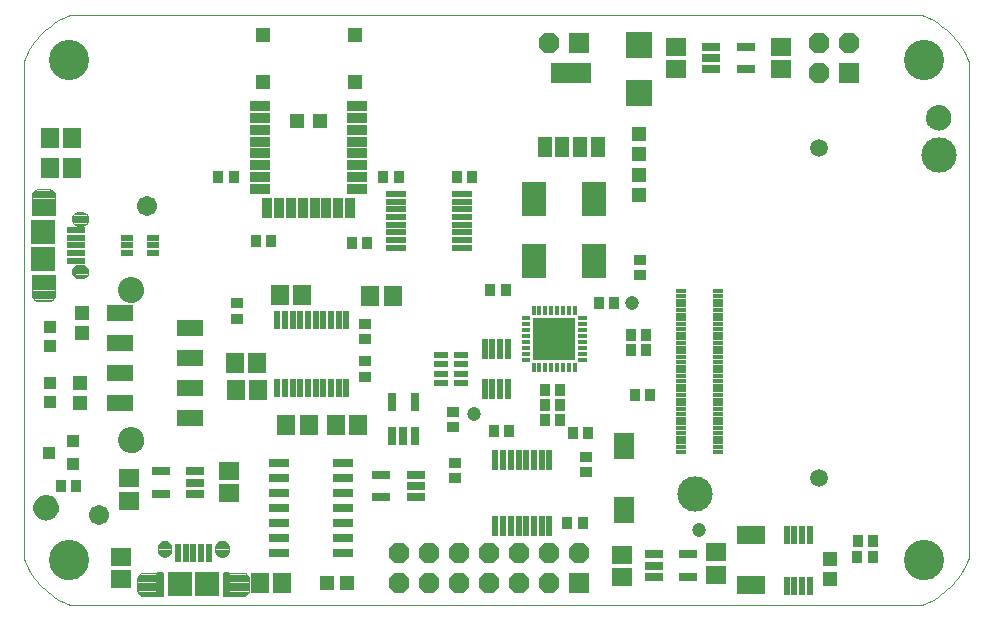
<source format=gts>
G04 Output by ViewMate Deluxe V11.12.18  PentaLogix*
G04 Wed Mar 06 15:24:07 2019*
%IPPOS*%
%FSLAX25Y25*%
%MOIN*%
%ADD10C,0.0*%
%ADD52R,0.0434X0.0237*%
%ADD53C,0.0109*%
%ADD54C,0.0039*%
%ADD55R,0.0119X0.0198*%
%ADD56R,0.0611X0.0237*%
%ADD57R,0.0828X0.0789*%
%ADD58C,0.0064*%
%ADD59R,0.0198X0.0119*%
%ADD60R,0.0789X0.0828*%
%ADD131C,0.134*%
%ADD132C,0.0867*%
%ADD133R,0.0356X0.0151*%
%ADD134C,0.1181*%
%ADD135R,0.0592X0.0671*%
%ADD136R,0.0474X0.0474*%
%ADD137R,0.0671X0.032*%
%ADD138R,0.032X0.0671*%
%ADD139R,0.1379X0.0671*%
%ADD140R,0.0474X0.0671*%
%ADD141R,0.0513X0.0474*%
%ADD142R,0.0789X0.1163*%
%ADD143R,0.0867X0.0867*%
%ADD144R,0.0356X0.0434*%
%ADD145R,0.0434X0.0356*%
%ADD146R,0.0237X0.0611*%
%ADD147R,0.0592X0.0297*%
%ADD148R,0.0671X0.0592*%
%ADD149R,0.0474X0.0513*%
%ADD150R,0.0946X0.0592*%
%ADD151R,0.0671X0.0316*%
%ADD152R,0.0297X0.0592*%
%ADD153R,0.0218X0.0631*%
%ADD154R,0.071X0.0867*%
%ADD155R,0.071X0.0218*%
%ADD156R,0.0198X0.071*%
%ADD157R,0.0218X0.071*%
%ADD158R,0.068X0.068*%
G04:---LTIenv:A159:16,0.068,0.0 *
%ADD159P,0.073603X8X22.5*%
%ADD160R,0.0474X0.0247*%
%ADD161C,0.0671*%
%ADD162R,0.0907X0.0552*%
%ADD163R,0.0395X0.0395*%
%ADD164R,0.0434X0.0395*%
%ADD165R,0.0248X0.0165*%
%ADD166C,0.0165*%
%ADD167R,0.0165X0.0248*%
%ADD168R,0.1394X0.1394*%
%ADD169C,0.0592*%
%ADD170C,0.0474*%
%ADD171C,0.005*%

%LPD*%
X0Y0D2*D10*G1X286490Y176160D2*X286510Y175850D1*X286570Y175540*X286660Y175240*X286790Y174950*X286960Y174680*X287160Y174440*X287380Y174220*X287640Y174030*X287910Y173870*X288200Y173750*X288500Y173660*X288810Y173610*X289130Y173600*X289440Y173630*X289750Y173700*X290050Y173800*X290330Y173940*X290590Y174120*X290830Y174320*X291040Y174560*X291230Y174810*X291380Y175090*X291490Y175380*X291570Y175690*X291610Y176000*Y176320*X291570Y176630*X291490Y176940*X291380Y177230*X291230Y177510*X291040Y177760*X290830Y178000*X290590Y178200*X290330Y178380*X290050Y178520*X289750Y178620*X289440Y178690*X289130Y178720*X288810Y178710*X288500Y178660*X288200Y178570*X287910Y178450*X287640Y178290*X287380Y178100*X287160Y177880*X286960Y177640*X286790Y177370*X286660Y177080*X286570Y176780*X286510Y176470*X286490Y176160*X325110Y173660D2*X325130Y173270D1*X325190Y172880*X325290Y172500*X325420Y172130*X325590Y171780*X325790Y171440*X326030Y171130*X326300Y170840*X326590Y170580*X326910Y170350*X327250Y170150*X327610Y169990*X327980Y169870*X328370Y169780*X328760Y169730*X329150Y169720*X329540Y169750*X329930Y169820*X330300Y169930*X330670Y170070*X331020Y170250*X331350Y170460*X331660Y170710*X331940Y170980*X332190Y171280*X332410Y171610*X332600Y171950*X332750Y172310*X332870Y172690*X332950Y173070*X332990Y173460*Y173860*X332950Y174250*X332870Y174630*X332750Y175010*X332600Y175370*X332410Y175710*X332190Y176040*X331940Y176340*X331660Y176610*X331350Y176860*X331020Y177070*X330670Y177250*X330300Y177390*X329930Y177500*X329540Y177570*X329150Y177600*X328760Y177590*X328370Y177540*X327980Y177450*X327610Y177330*X327250Y177170*X326910Y176970*X326590Y176740*X326300Y176480*X326030Y176190*X325790Y175880*X325590Y175540*X325420Y175190*X325290Y174820*X325190Y174440*X325130Y174050*X325110Y173660*X286490Y66160D2*X286510Y65850D1*X286570Y65540*X286660Y65240*X286790Y64950*X286960Y64680*X287160Y64440*X287380Y64220*X287640Y64030*X287910Y63870*X288200Y63750*X288500Y63660*X288810Y63610*X289130Y63600*X289440Y63630*X289750Y63700*X290050Y63800*X290330Y63940*X290590Y64120*X290830Y64320*X291040Y64560*X291230Y64810*X291380Y65090*X291490Y65380*X291570Y65690*X291610Y66000*Y66320*X291570Y66630*X291490Y66940*X291380Y67230*X291230Y67510*X291040Y67760*X290830Y68000*X290590Y68200*X290330Y68380*X290050Y68520*X289750Y68620*X289440Y68690*X289130Y68720*X288810Y68710*X288500Y68660*X288200Y68570*X287910Y68450*X287640Y68290*X287380Y68100*X287160Y67880*X286960Y67640*X286790Y67370*X286660Y67080*X286570Y66780*X286510Y66470*X286490Y66160*X244010Y60700D2*X244030Y60310D1*X244090Y59920*X244190Y59540*X244320Y59170*X244490Y58820*X244690Y58480*X244930Y58170*X245200Y57880*X245490Y57620*X245810Y57390*X246150Y57190*X246510Y57030*X246880Y56910*X247270Y56820*X247660Y56770*X248050Y56760*X248440Y56790*X248830Y56860*X249200Y56970*X249570Y57110*X249920Y57290*X250250Y57500*X250560Y57750*X250840Y58020*X251090Y58320*X251310Y58650*X251500Y58990*X251650Y59350*X251770Y59730*X251850Y60110*X251890Y60500*Y60900*X251850Y61290*X251770Y61670*X251650Y62050*X251500Y62410*X251310Y62750*X251090Y63080*X250840Y63380*X250560Y63650*X250250Y63900*X249920Y64110*X249570Y64290*X249200Y64430*X248830Y64540*X248440Y64610*X248050Y64640*X247660Y64630*X247270Y64580*X246880Y64490*X246510Y64370*X246150Y64210*X245810Y64010*X245490Y63780*X245200Y63520*X244930Y63230*X244690Y62920*X244490Y62580*X244320Y62230*X244190Y61860*X244090Y61480*X244030Y61090*X244010Y60700*X39800Y220510D2*X38610Y220050D1*X37440Y219520*X36300Y218940*X35190Y218310*X34120Y217620*X33070Y216890*X32070Y216100*X31100Y215260*X30180Y214380*X29300Y213460*X28460Y212490*X27670Y211490*X26940Y210440*X26250Y209370*X25620Y208260*X25040Y207120*X24510Y205950*X24050Y204760*X55990Y128730D2*X56010Y128340D1*X56070Y127950*X56170Y127570*X56300Y127200*X56470Y126850*X56670Y126510*X56910Y126200*X57180Y125910*X57470Y125650*X57790Y125420*X58130Y125220*X58490Y125060*X58860Y124940*X59250Y124850*X59640Y124800*X60030Y124790*X60420Y124820*X60810Y124890*X61180Y125000*X61550Y125140*X61900Y125320*X62230Y125530*X62540Y125780*X62820Y126050*X63070Y126350*X63290Y126680*X63480Y127020*X63630Y127380*X63750Y127760*X63830Y128140*X63870Y128530*Y128930*X63830Y129320*X63750Y129700*X63630Y130080*X63480Y130440*X63290Y130780*X63070Y131110*X62820Y131410*X62540Y131680*X62230Y131930*X61900Y132140*X61550Y132320*X61180Y132460*X60810Y132570*X60420Y132640*X60030Y132670*X59640Y132660*X59250Y132610*X58860Y132520*X58490Y132400*X58130Y132240*X57790Y132040*X57470Y131810*X57180Y131550*X56910Y131260*X56670Y130950*X56470Y130610*X56300Y130260*X56170Y129890*X56070Y129510*X56010Y129120*X55990Y128730*Y78580D2*X56010Y78190D1*X56070Y77800*X56170Y77420*X56300Y77050*X56470Y76700*X56670Y76360*X56910Y76050*X57180Y75760*X57470Y75500*X57790Y75270*X58130Y75070*X58490Y74910*X58860Y74790*X59250Y74700*X59640Y74650*X60030Y74640*X60420Y74670*X60810Y74740*X61180Y74850*X61550Y74990*X61900Y75170*X62230Y75380*X62540Y75630*X62820Y75900*X63070Y76200*X63290Y76530*X63480Y76870*X63630Y77230*X63750Y77610*X63830Y77990*X63870Y78380*Y78780*X63830Y79170*X63750Y79550*X63630Y79930*X63480Y80290*X63290Y80630*X63070Y80960*X62820Y81260*X62540Y81530*X62230Y81780*X61900Y81990*X61550Y82170*X61180Y82310*X60810Y82420*X60420Y82490*X60030Y82520*X59640Y82510*X59250Y82460*X58860Y82370*X58490Y82250*X58130Y82090*X57790Y81890*X57470Y81660*X57180Y81400*X56910Y81110*X56670Y80800*X56470Y80460*X56300Y80110*X56170Y79740*X56070Y79360*X56010Y78970*X55990Y78580*X39800Y23660D2*X38610Y24120D1*X37440Y24650*X36300Y25230*X35190Y25860*X34120Y26550*X33070Y27280*X32070Y28070*X31100Y28910*X30180Y29790*X29300Y30710*X28460Y31680*X27670Y32680*X26940Y33730*X26250Y34800*X25620Y35910*X25040Y37050*X24510Y38220*X24050Y39410*X32750Y38660D2*X32770Y38160D1*X32830Y37660*X32930Y37170*X33070Y36690*X33240Y36220*X33450Y35770*X33700Y35330*X33980Y34920*X34300Y34530*X34640Y34160*X35010Y33820*X35410Y33520*X35830Y33250*X36270Y33010*X36730Y32800*X37200Y32640*X37680Y32510*X38180Y32420*X38670Y32370*X39180Y32360*X39680Y32390*X40170Y32460*X40660Y32570*X41140Y32720*X41600Y32900*X42050Y33120*X42480Y33380*X42890Y33670*X43280Y33990*X43640Y34340*X43960Y34720*X44260Y35120*X44530Y35550*X44760Y35990*X44950Y36450*X45110Y36930*X45230Y37420*X45310Y37910*X45350Y38410*Y38910*X45310Y39410*X45230Y39900*X45110Y40390*X44950Y40870*X44760Y41330*X44530Y41770*X44260Y42200*X43960Y42600*X43640Y42980*X43280Y43330*X42890Y43650*X42480Y43940*X42050Y44200*X41600Y44420*X41140Y44600*X40660Y44750*X40170Y44860*X39680Y44930*X39180Y44960*X38670Y44950*X38180Y44900*X37680Y44810*X37200Y44680*X36730Y44520*X36270Y44310*X35830Y44070*X35410Y43800*X35010Y43500*X34640Y43160*X34300Y42790*X33980Y42400*X33700Y41990*X33450Y41550*X33240Y41100*X33070Y40630*X32930Y40150*X32830Y39660*X32770Y39160*X32750Y38660*X24050Y204760D2*Y39400D1*X32750Y205510D2*X32770Y205010D1*X32830Y204510*X32930Y204020*X33070Y203540*X33240Y203070*X33450Y202620*X33700Y202180*X33980Y201770*X34300Y201380*X34640Y201010*X35010Y200670*X35410Y200370*X35830Y200100*X36270Y199860*X36730Y199650*X37200Y199490*X37680Y199360*X38180Y199270*X38670Y199220*X39180Y199210*X39680Y199240*X40170Y199310*X40660Y199420*X41140Y199570*X41600Y199750*X42050Y199970*X42480Y200230*X42890Y200520*X43280Y200840*X43640Y201190*X43960Y201570*X44260Y201970*X44530Y202400*X44760Y202840*X44950Y203300*X45110Y203780*X45230Y204270*X45310Y204760*X45350Y205260*Y205760*X45310Y206260*X45230Y206750*X45110Y207240*X44950Y207720*X44760Y208180*X44530Y208620*X44260Y209050*X43960Y209450*X43640Y209830*X43280Y210180*X42890Y210500*X42480Y210790*X42050Y211050*X41600Y211270*X41140Y211450*X40660Y211600*X40170Y211710*X39680Y211780*X39180Y211810*X38670Y211800*X38180Y211750*X37680Y211660*X37200Y211530*X36730Y211370*X36270Y211160*X35830Y210920*X35410Y210650*X35010Y210350*X34640Y210010*X34300Y209640*X33980Y209250*X33700Y208840*X33450Y208400*X33240Y207950*X33070Y207480*X32930Y207000*X32830Y206510*X32770Y206010*X32750Y205510*X323260Y220510D2*X39800D1*X339010Y204760D2*X338550Y205950D1*X338020Y207120*X337440Y208260*X336810Y209370*X336120Y210440*X335390Y211490*X334600Y212490*X333760Y213460*X332880Y214380*X331960Y215260*X330990Y216100*X329990Y216890*X328940Y217620*X327870Y218310*X326760Y218940*X325620Y219520*X324450Y220050*X323260Y220510*X317710Y205510D2*X317730Y205010D1*X317790Y204510*X317890Y204020*X318030Y203540*X318200Y203070*X318410Y202620*X318660Y202180*X318940Y201770*X319260Y201380*X319600Y201010*X319970Y200670*X320370Y200370*X320790Y200100*X321230Y199860*X321690Y199650*X322160Y199490*X322640Y199360*X323140Y199270*X323630Y199220*X324140Y199210*X324640Y199240*X325130Y199310*X325620Y199420*X326100Y199570*X326560Y199750*X327010Y199970*X327440Y200230*X327850Y200520*X328240Y200840*X328600Y201190*X328920Y201570*X329220Y201970*X329490Y202400*X329720Y202840*X329910Y203300*X330070Y203780*X330190Y204270*X330270Y204760*X330310Y205260*Y205760*X330270Y206260*X330190Y206750*X330070Y207240*X329910Y207720*X329720Y208180*X329490Y208620*X329220Y209050*X328920Y209450*X328600Y209830*X328240Y210180*X327850Y210500*X327440Y210790*X327010Y211050*X326560Y211270*X326100Y211450*X325620Y211600*X325130Y211710*X324640Y211780*X324140Y211810*X323630Y211800*X323140Y211750*X322640Y211660*X322160Y211530*X321690Y211370*X321230Y211160*X320790Y210920*X320370Y210650*X319970Y210350*X319600Y210010*X319260Y209640*X318940Y209250*X318660Y208840*X318410Y208400*X318200Y207950*X318030Y207480*X317890Y207000*X317790Y206510*X317730Y206010*X317710Y205510*X339010Y39400D2*Y204760D1*Y39410D2*X338550Y38220D1*X338020Y37050*X337440Y35910*X336810Y34800*X336120Y33730*X335390Y32680*X334600Y31680*X333760Y30710*X332880Y29790*X331960Y28910*X330990Y28070*X329990Y27280*X328940Y26550*X327870Y25860*X326760Y25230*X325620Y24650*X324450Y24120*X323260Y23660*X317710Y38660D2*X317730Y38160D1*X317790Y37660*X317890Y37170*X318030Y36690*X318200Y36220*X318410Y35770*X318660Y35330*X318940Y34920*X319260Y34530*X319600Y34160*X319970Y33820*X320370Y33520*X320790Y33250*X321230Y33010*X321690Y32800*X322160Y32640*X322640Y32510*X323140Y32420*X323630Y32370*X324140Y32360*X324640Y32390*X325130Y32460*X325620Y32570*X326100Y32720*X326560Y32900*X327010Y33120*X327440Y33380*X327850Y33670*X328240Y33990*X328600Y34340*X328920Y34720*X329220Y35120*X329490Y35550*X329720Y35990*X329910Y36450*X330070Y36930*X330190Y37420*X330270Y37910*X330310Y38410*Y38910*X330270Y39410*X330190Y39900*X330070Y40390*X329910Y40870*X329720Y41330*X329490Y41770*X329220Y42200*X328920Y42600*X328600Y42980*X328240Y43330*X327850Y43650*X327440Y43940*X327010Y44200*X326560Y44420*X326100Y44600*X325620Y44750*X325130Y44860*X324640Y44930*X324140Y44960*X323630Y44950*X323140Y44900*X322640Y44810*X322160Y44680*X321690Y44520*X321230Y44310*X320790Y44070*X320370Y43800*X319970Y43500*X319600Y43160*X319260Y42790*X318940Y42400*X318660Y41990*X318410Y41550*X318200Y41100*X318030Y40630*X317890Y40150*X317790Y39660*X317730Y39160*X317710Y38660*X39800Y23660D2*X323260D1*D53*X27010Y157420D2*X34210D1*Y156340D2*X27010D1*Y155260D2*X34210D1*X27010Y154180D2*X34210D1*Y157440*X27010*Y154180*X34210Y133110D2*X27010D1*Y132030D2*X34210D1*Y130950D2*X27010D1*X34210Y133130D2*X27010D1*Y129870*X34210*Y133130*D54*X99110Y28140D2*X99240Y28580D1*X98940Y27820D2*X90620D1*Y27440D2*X98650D1*X98210Y27060D2*X90620D1*X96920Y26680D2*X97380Y26720D1*X97830Y26860*X98240Y27080*X98590Y27370*X98890Y27730*X99110Y28140*X90620Y28200D2*X99130D1*X89100Y44860D2*X91160D1*X91720Y44480D2*X88550D1*X88230Y44110D2*X92040D1*X92240Y43730D2*X88030D1*X87910Y43350D2*X92350D1*X92390Y42970D2*X87870D1*Y42590D2*X92400D1*Y42210D2*X87870D1*X87880Y41830D2*X92390D1*X92340Y41460D2*X87930D1*X88050Y41080D2*X92220D1*X92000Y40700D2*X88260D1*X88600Y40320D2*X91660D1*X91070Y39940D2*X89190D1*X91060Y39930D2*X91430Y40130D1*X91760Y40400*X92030Y40730*X92230Y41100*X92350Y41510*X92400Y41930*Y42920*X92350Y43340*X92230Y43750*X92030Y44120*X91760Y44450*X91430Y44720*X91060Y44920*X90650Y45040*X90230Y45080*X90030*X89610Y45040*X89210Y44920*X88830Y44720*X88500Y44450*X88230Y44120*X88030Y43750*X87910Y43340*X87870Y42920*Y41930*X87910Y41510*X88030Y41100*X88230Y40730*X88500Y40400*X88830Y40130*X89210Y39930*X89610Y39810*X90030Y39770*X90230*X90650Y39810*X91060Y39930*X90620Y34260D2*X98040D1*X98570Y33880D2*X90620D1*Y33500D2*X98890D1*X99090Y33120D2*X90620D1*Y32740D2*X99210D1*X99270Y32370D2*X90620D1*Y31990D2*X99290D1*Y31610D2*X90620D1*Y31230D2*X99290D1*Y30850D2*X90620D1*Y30470D2*X99290D1*Y30090D2*X90620D1*Y29720D2*X99290D1*Y29340D2*X90620D1*Y28960D2*X99280D1*X90620Y28580D2*X99240D1*X99290Y29040*Y32190*X99240Y32650*X99110Y33090*X98890Y33500*X98590Y33860*X98240Y34150*X97830Y34370*X97380Y34510*X96920Y34550*X90620*Y26680*X96920*X90620Y26690D2*X97000D1*X64170D2*X70550D1*Y27060D2*X62960D1*X62520Y27440D2*X70550D1*Y27820D2*X62230D1*X62040Y28200D2*X70550D1*X61930Y28580D2*X62060Y28140D1*X62280Y27730*X62580Y27370*X62930Y27080*X63340Y26860*X63790Y26720*X64250Y26680*X70550*Y34550*Y34260D2*X63130D1*X62600Y33880D2*X70550D1*Y33500D2*X62280D1*X62080Y33120D2*X70550D1*Y32740D2*X61960D1*X61900Y32370D2*X70550D1*Y31990D2*X61880D1*Y31610D2*X70550D1*Y31230D2*X61880D1*Y30850D2*X70550D1*Y30470D2*X61880D1*Y30090D2*X70550D1*Y29720D2*X61880D1*Y29340D2*X70550D1*Y28960D2*X61890D1*X70550Y28580D2*X61930D1*X61880Y29040*Y32190*X61930Y32650*X62060Y33090*X62280Y33500*X62580Y33860*X62930Y34150*X63340Y34370*X63790Y34510*X64250Y34550*X70550*X71980Y39940D2*X70100D1*X69510Y40320D2*X72570D1*X72910Y40700D2*X69170D1*X68950Y41080D2*X73120D1*X73240Y41460D2*X68830D1*X68780Y41830D2*X73290D1*X73300Y42210D2*X68770D1*Y42590D2*X73300D1*Y42970D2*X68780D1*X68820Y43350D2*X73260D1*X73140Y43730D2*X68930D1*X69130Y44110D2*X72940D1*X72620Y44480D2*X69450D1*X70010Y44860D2*X72070D1*X70110Y44920D2*X69740Y44720D1*X69410Y44450*X69140Y44120*X68940Y43750*X68820Y43340*X68770Y42920*Y41930*X68820Y41510*X68940Y41100*X69140Y40730*X69410Y40400*X69740Y40130*X70110Y39930*X70520Y39810*X70940Y39770*X71140*X71560Y39810*X71960Y39930*X72340Y40130*X72670Y40400*X72940Y40730*X73140Y41100*X73260Y41510*X73300Y41930*Y42920*X73260Y43340*X73140Y43750*X72940Y44120*X72670Y44450*X72340Y44720*X71960Y44920*X71560Y45040*X71140Y45080*X70940*X70520Y45040*X70110Y44920*X34550Y133480D2*X26680D1*Y133100D2*X34550D1*X33120Y125150D2*X28110D1*X27520Y125530D2*X33710D1*X34070Y125910D2*X27160D1*X26930Y126280D2*X34300D1*X34450Y126660D2*X26780D1*X26700Y127040D2*X34520D1*X26680Y127320D2*X26720Y126860D1*X26860Y126410*X27080Y126010*X27370Y125650*X27730Y125350*X28140Y125140*X28580Y125000*X29040Y124960*X32190*X32650Y125000*X33090Y125140*X33500Y125350*X33860Y125650*X34150Y126010*X34370Y126410*X34510Y126860*X34550Y127320*Y133620*X26680*Y127320*X34550Y127420D2*X26680D1*Y127800D2*X34550D1*Y128180D2*X26680D1*Y128560D2*X34550D1*Y128940D2*X26680D1*Y129310D2*X34550D1*Y129690D2*X26680D1*Y130070D2*X34550D1*Y130450D2*X26680D1*Y130830D2*X34550D1*Y131210D2*X26680D1*Y131590D2*X34550D1*Y131970D2*X26680D1*Y132340D2*X34550D1*Y132720D2*X26680D1*X43990D2*X41840D1*X41100Y133100D2*X44740D1*X45120Y133480D2*X40720D1*X40480Y133860D2*X45350D1*X45490Y134240D2*X40340D1*X40280Y134620D2*X45560D1*X45580Y134990D2*X40260D1*X40300Y135370D2*X45540D1*X45430Y135750D2*X40400D1*X40590Y136130D2*X45250D1*X44950Y136510D2*X40880D1*X41400Y136890D2*X44440D1*X42430Y137160D2*X42000Y137120D1*X41600Y137000*X41220Y136800*X40890Y136530*X40630Y136200*X40430Y135820*X40300Y135420*X40260Y134990*Y134800*X40300Y134380*X40430Y133970*X40630Y133590*X40890Y133270*X41220Y133000*X41600Y132800*X42000Y132670*X42430Y132630*X43410*X43830Y132670*X44240Y132800*X44610Y133000*X44940Y133270*X45210Y133590*X45410Y133970*X45530Y134380*X45580Y134800*Y134990*X45530Y135420*X45410Y135820*X45210Y136200*X44940Y136530*X44610Y136800*X44240Y137000*X43830Y137120*X43410Y137160*X42430*X41220Y150520D2*X40890Y150790D1*X40540Y151280D2*X45300D1*X45460Y151660D2*X40370D1*X40290Y152040D2*X45550D1*X41220Y154310D2*X41600Y154510D1*X42000Y154640*X42430Y154680*X43410*X43830Y154640*X44240Y154510*X44610Y154310*X40800Y153930D2*X45040D1*X45300Y153550D2*X40540D1*X40370Y153170D2*X45460D1*X45550Y152790D2*X40290D1*X40260Y152420D2*X45580D1*X40260Y152510D2*Y152320D1*X40300Y151900*X40430Y151490*X40630Y151110*X40890Y150790*X45030Y150900D2*X40800D1*X44620Y150520D2*X41220D1*X41600Y150320*X42000Y150190*X42430Y150150*X43410*X43830Y150190*X44240Y150320*X44610Y150520*X44940Y150790*X45210Y151110*X45410Y151490*X45530Y151900*X45580Y152320*Y152510*X45530Y152940*X45410Y153340*X45210Y153720*X44940Y154050*X44610Y154310*X44620D2*X41220D1*X40890Y154050*X40630Y153720*X40430Y153340*X40300Y152940*X40260Y152510*X34550Y153930D2*X26680D1*Y154310D2*X34550D1*Y154690D2*X26680D1*Y155070D2*X34550D1*Y155440D2*X26680D1*Y155820D2*X34550D1*Y156200D2*X26680D1*Y156580D2*X34550D1*Y156960D2*X26680D1*X28410Y162260D2*X32820D1*X33590Y161880D2*X27630D1*X27240Y161500D2*X33990D1*X34250Y161130D2*X26980D1*X26810Y160750D2*X34420D1*X34510Y160370D2*X26710D1*X34550Y159990D2*X34510Y160460D1*X34370Y160900*X34150Y161310*X33860Y161660*X33500Y161960*X33090Y162180*X32650Y162310*X32190Y162360*X29040*X28580Y162310*X28140Y162180*X27730Y161960*X27370Y161660*X27080Y161310*X26860Y160900*X26720Y160460*X26680Y159990*Y153700*X34550*Y159990*X26680*X34550Y159610D2*X26680D1*Y159230D2*X34550D1*Y158850D2*X26680D1*Y158470D2*X34550D1*Y158100D2*X26680D1*Y157720D2*X34550D1*Y157340D2*X26680D1*D58*X92600Y34350D2*X90680D1*Y33720D2*X92600D1*Y33090D2*X90680D1*Y32460D2*X92600D1*Y31830D2*X90680D1*Y31200D2*X92600D1*Y30570D2*X90680D1*Y29940D2*X92600D1*Y29310D2*X90680D1*Y28680D2*X92600D1*Y28050D2*X90680D1*Y27420D2*X92600D1*X90680Y34430D2*Y26790D1*X92600*Y34430*X90680*X68570Y34350D2*X70490D1*Y33720D2*X68570D1*Y33090D2*X70490D1*Y32460D2*X68570D1*Y31830D2*X70490D1*Y31200D2*X68570D1*Y30570D2*X70490D1*Y29940D2*X68570D1*Y29310D2*X70490D1*Y28680D2*X68570D1*Y28050D2*X70490D1*Y27420D2*X68570D1*X70490Y26790D2*Y34430D1*X68570*Y26790*X70490*D171*X32240Y60030D2*X30860D1*X29550Y59550D2*X33550D1*X34190Y59060D2*X28910D1*X28460Y58580D2*X34640D1*X34970Y58090D2*X28120D1*X30950Y52270D2*X32150D1*X33530Y52760D2*X29570D1*X28920Y53240D2*X34180D1*X34640Y53730D2*X28460D1*X28130Y54210D2*X34970D1*X35200Y54700D2*X27900D1*X27750Y55180D2*X35350D1*X35440Y55670D2*X27660D1*X27610Y56150D2*X35490D1*X35440Y56640D2*X27650D1*X27750Y57120D2*X35350D1*X35200Y57610D2*X27900D1*X35250Y57500D2*X35430Y56840D1*X35490Y56160*X35430Y55470*X35250Y54810*X34960Y54190*X34570Y53630*X34080Y53140*X33520Y52750*X32900Y52460*X32230Y52280*X31550Y52220*X30870Y52280*X30200Y52460*X29580Y52750*X29020Y53140*X28530Y53630*X28140Y54190*X27850Y54810*X27670Y55470*X27610Y56160*X27670Y56840*X27850Y57500*X28140Y58120*X28530Y58690*X29020Y59170*X29580Y59570*X30200Y59860*X30870Y60030*X31550Y60090*X32230Y60030*X32900Y59860*X33520Y59570*X34080Y59170*X34570Y58690*X34960Y58120*X35250Y57500*X328670Y182250D2*X329420D1*X329810Y190010D2*X328290D1*X327030Y189530D2*X331070D1*X331710Y189040D2*X326390D1*X325940Y188560D2*X332160D1*X332480Y188070D2*X325620D1*X325390Y187590D2*X332710D1*X332860Y187100D2*X325240D1*X325150Y186620D2*X332950D1*X332980Y186130D2*X325110D1*X325160Y185650D2*X332940D1*X332840Y185160D2*X325260D1*X325410Y184680D2*X332690D1*X325640Y184190D2*X325350Y184810D1*X325170Y185470*X325110Y186160*X325170Y186840*X325350Y187500*X325640Y188120*X326030Y188690*X326520Y189170*X327080Y189570*X327700Y189860*X328370Y190030*X329050Y190090*X329730Y190030*X330400Y189860*X331020Y189570*X331580Y189170*X332070Y188690*X332460Y188120*X332750Y187500*X332930Y186840*X332990Y186160*X332930Y185470*X332750Y184810*X332460Y184190*X325980Y183710D2*X332120D1*X331660Y183220D2*X326440D1*X327100Y182740D2*X331000D1*X327080Y182750D2*X326520Y183140D1*X326030Y183630*X325640Y184190*X332460*X332070Y183630*X331580Y183140*X331020Y182750*X330400Y182460*X329730Y182280*X329050Y182220*X328370Y182280*X327700Y182460*X327080Y182750*D52*X67130Y141100D3*Y143660D3*Y146220D3*X58470D3*Y143660D3*Y141100D3*D55*X40950Y152420D3*Y134900D3*D56*X41640Y138540D3*Y141100D3*Y143660D3*Y146220D3*Y148770D3*D57*X30610Y148180D3*Y139130D3*D59*X71040Y40460D3*X90130D3*D60*X85110Y30610D3*X76060D3*D131*X39050Y205510D3*Y38660D3*X324010D3*Y205510D3*D132*X329050Y173660D3*X247950Y60700D3*X59930Y78580D3*Y128730D3*D133*X243340Y128380D3*Y126810D3*Y125230D3*Y123660D3*Y122080D3*Y120510D3*Y118930D3*Y117360D3*Y115780D3*Y114210D3*Y112630D3*Y111060D3*Y109480D3*Y107910D3*Y106330D3*Y104760D3*Y103180D3*Y101610D3*Y100030D3*Y98460D3*Y96880D3*Y95310D3*Y93730D3*Y92160D3*Y90590D3*Y89010D3*Y87440D3*Y85860D3*Y84290D3*Y82710D3*Y81140D3*Y79560D3*Y77990D3*Y76410D3*Y74840D3*X255470D3*Y76410D3*Y77990D3*Y79560D3*Y81140D3*Y82710D3*Y84290D3*Y85860D3*Y87440D3*Y89010D3*Y90590D3*Y92160D3*Y93730D3*Y95310D3*Y96880D3*Y98460D3*Y100030D3*Y101610D3*Y103180D3*Y104760D3*Y106330D3*Y107910D3*Y109480D3*Y111060D3*Y112630D3*Y114210D3*Y115780D3*Y117360D3*Y118930D3*Y120510D3*Y122080D3*Y123660D3*Y125230D3*Y126810D3*Y128380D3*D134*X247950Y60700D3*X329050Y173660D3*D135*X40290Y179280D3*X32810D3*Y169280D3*X40290D3*X102810Y31160D3*X110290D3*X135580Y83660D3*X128100D3*X119040D3*X111560D3*X102160Y95530D3*X94680D3*X94490Y104330D3*X101970D3*X109410Y127050D3*X116890D3*X139660Y126890D3*X147140D3*D136*X103680Y213660D3*X134420D3*Y197910D3*X122990Y185110D3*X115110D3*X103680Y197910D3*D137*X135210Y190030D3*Y186100D3*Y182160D3*Y178220D3*Y174290D3*Y170350D3*Y166410D3*Y162470D3*X102890D3*Y166410D3*Y170350D3*Y174290D3*Y178220D3*Y182160D3*Y186100D3*Y190030D3*D138*X105270Y156180D3*X109210D3*X113140D3*X117080D3*X121020D3*X124960D3*X128890D3*X132830D3*D139*X206550Y201060D3*D140*X215410Y176250D3*X197690D3*X203600D3*X209500D3*D141*X131770Y31160D3*X125080D3*X42800Y91190D3*Y97880D3*X43420Y114430D3*Y121130D3*X229050Y160310D3*Y167000D3*Y180750D3*Y174060D3*D142*X194050Y158990D3*X214050D3*Y138320D3*X194050D3*D143*X229050Y210280D3*Y194530D3*D144*X36490Y63280D3*X41610D3*X301890Y39680D3*X307010D3*X307180Y45160D3*X302060D3*X210360Y51160D3*X205240D3*X180870Y81780D3*X185980D3*X197740Y95530D3*X202860D3*Y90530D3*X197740D3*Y85530D3*X202860D3*X207120Y81160D3*X212230D3*X227740Y93660D3*X232860D3*X231610Y113660D3*Y108660D3*X226490D3*Y113660D3*X220980Y124280D3*X215870D3*X184730Y128660D3*X179620D3*X88990Y166410D3*X94110D3*X101490Y144910D3*X106610D3*X133370Y144280D3*X138480D3*X143990Y166410D3*X149110D3*X168370D3*X173480D3*D145*X229670Y138720D3*Y133600D3*X211550Y73090D3*Y67970D3*X167800Y66100D3*Y71220D3*X167170Y82970D3*Y88090D3*X137800Y99850D3*Y104970D3*Y112350D3*Y117470D3*X95300Y124340D3*Y119220D3*D146*X75470Y41150D3*X78030D3*X80590D3*X83140D3*X85700D3*X278400Y30190D3*X280960D3*X283520D3*X286080D3*Y47120D3*X283520D3*X280960D3*X278400D3*D147*X264760Y202420D3*Y209900D3*X253340D3*Y206160D3*Y202420D3*X245550Y40590D3*Y33100D3*X234130D3*Y36850D3*Y40590D3*X143280Y67180D3*X154700D3*Y63440D3*Y59700D3*X143280D3*X69740Y60800D3*Y68280D3*X81160D3*Y64540D3*Y60800D3*D148*X254870Y33850D3*Y41330D3*X223620Y40550D3*Y33070D3*X56550Y32420D3*Y39900D3*X59070Y66020D3*Y58540D3*X92570Y61000D3*Y68480D3*X241550Y202420D3*Y209900D3*X276550D3*Y202420D3*D149*X292730Y39030D3*Y32340D3*D150*X266490Y30390D3*Y46920D3*D151*X109320Y41160D3*Y46120D3*Y51080D3*Y56040D3*Y61000D3*Y65960D3*Y70920D3*X130580D3*Y65960D3*Y61000D3*Y56040D3*Y51080D3*Y46120D3*Y41160D3*D152*X146870Y91550D3*X154350D3*Y80130D3*X150610D3*X146870D3*D153*X131660Y118720D3*X129100D3*X126540D3*X123980D3*X121420D3*X118860D3*X116300D3*X113740D3*X111190D3*X108630D3*Y96090D3*X111190D3*X113740D3*X116300D3*X118860D3*X121420D3*X123980D3*X126540D3*X129100D3*X131660D3*D154*X224050Y55530D3*Y76790D3*D155*X148030Y142820D3*Y145380D3*Y147940D3*Y150500D3*Y153060D3*Y155620D3*Y158180D3*Y160740D3*X170070D3*Y158180D3*Y155620D3*Y153060D3*Y150500D3*Y147940D3*Y145380D3*Y142820D3*D156*X177710Y95710D3*X180270D3*X182830D3*X185390D3*Y109100D3*X182830D3*X180270D3*X177710D3*D157*X181340Y50130D3*X183900D3*X186460D3*X189020D3*X191580D3*X194140D3*X196700D3*X199260D3*Y72180D3*X196700D3*X194140D3*X191580D3*X189020D3*X186460D3*X183900D3*X181340D3*D158*X209050Y211160D3*X299050Y201160D3*X209050Y31160D3*D159*X199050Y31160D3*X189050D3*X179050D3*X169050D3*X159050D3*X149050D3*Y41160D3*X159050D3*X169050D3*X179050D3*X189050D3*X199050D3*X209050D3*X289050Y201160D3*X299050Y211160D3*X289050D3*X199050D3*D160*X163200Y97680D3*Y100830D3*Y103980D3*Y107130D3*X169900D3*Y103980D3*Y100830D3*Y97680D3*D161*X49050Y53660D3*X65300Y156780D3*D162*X56190Y91160D3*Y101160D3*Y111160D3*Y121160D3*X79410Y116160D3*Y106160D3*Y96160D3*Y86160D3*D163*X32800Y116530D3*Y110030D3*Y97780D3*Y91280D3*D164*X40490Y70790D3*X32610Y74530D3*X40490Y78270D3*D165*X210790Y105520D3*Y107480D3*Y109450D3*Y111420D3*Y113390D3*Y115360D3*Y117330D3*Y119300D3*X191060D3*Y117330D3*Y115360D3*Y113390D3*Y111420D3*Y109450D3*Y107480D3*Y105520D3*D166*X207810Y103780D3*X205850D3*X203880D3*X201910D3*X199940D3*X197970D3*X196000D3*X194030D3*X192300Y105520D3*Y107480D3*Y109450D3*Y111420D3*Y113390D3*Y115360D3*Y117330D3*Y119300D3*X194030Y121030D3*X196000D3*X197970D3*X199940D3*X201910D3*X203880D3*X205850D3*X207810D3*X209550Y119300D3*Y117330D3*Y115360D3*Y113390D3*Y111420D3*Y109450D3*Y107480D3*Y105520D3*D167*X207810Y122270D3*X205850D3*X203880D3*X201910D3*X199940D3*X197970D3*X196000D3*X194030D3*Y102540D3*X196000D3*X197970D3*X199940D3*X201910D3*X203880D3*X205850D3*X207810D3*D168*X200920Y112410D3*D169*X289050Y176160D3*Y66160D3*D170*X249050Y48660D3*X174050Y87410D3*X226860Y124280D3*X0Y0D2*M02*
</source>
